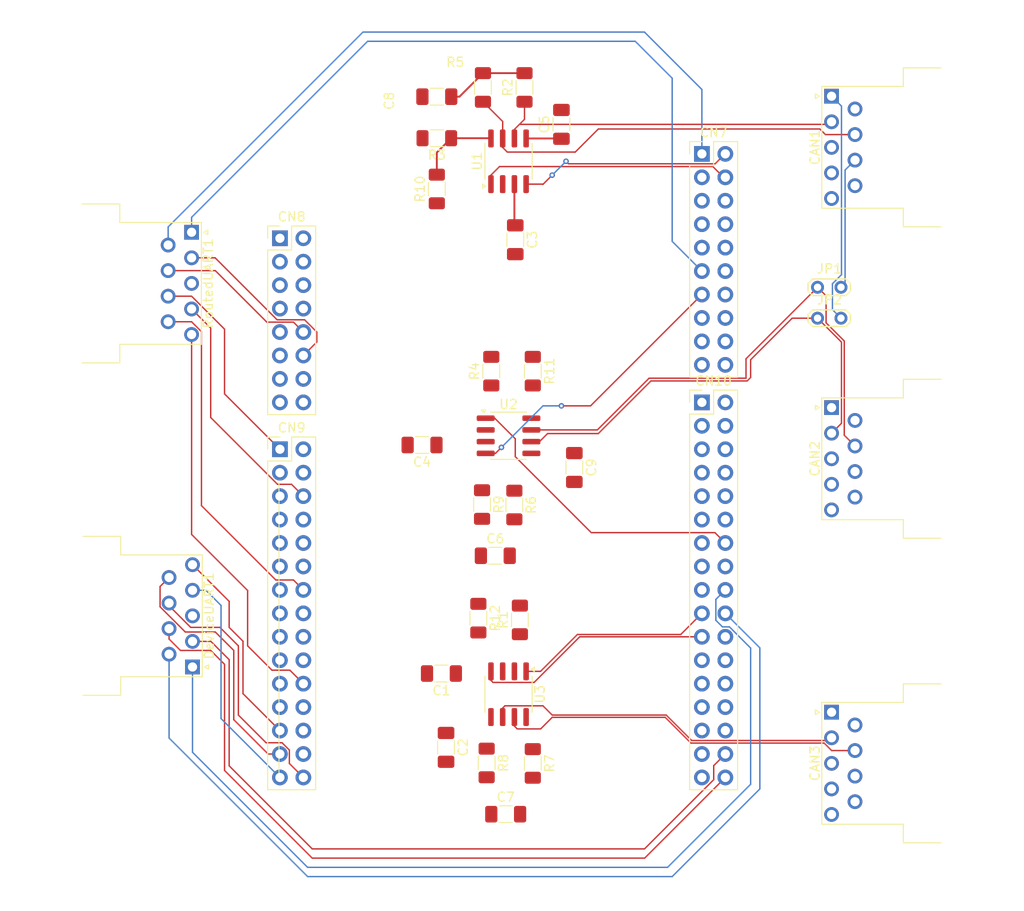
<source format=kicad_pcb>
(kicad_pcb (version 20240108) (generator "pcbnew") (generator_version "8.0")
  (layers (0 "F.Cu" signal) (31 "B.Cu" signal) (34 "B.Paste" user) (35 "F.Paste" user) (36 "B.SilkS" user "B.Silkscreen") (37 "F.SilkS" user "F.Silkscreen") (38 "B.Mask" user) (39 "F.Mask" user) (44 "Edge.Cuts" user))
  (net 0 "")
  (net 2 "+5V")
  (net 3 "GND")
  (net 4 "+3V3")
  (net 8 "GNDA")
  (net 9 "VDDA")
  (net 10 "Net-(C6-Pad1)")
  (net 11 "Net-(C7-Pad1)")
  (net 12 "Net-(C8-Pad1)")
  (net 13 "CAN1_TX")
  (net 14 "CAN1_RX")
  (net 15 "CAN3_STB")
  (net 16 "CAN1_L")
  (net 17 "CAN1_STB")
  (net 18 "CAN2_STB")
  (net 19 "CAN1_H")
  (net 20 "CAN2_L")
  (net 21 "CAN3_H")
  (net 22 "CAN3_L")
  (net 23 "CAN2_H")
  (net 24 "CAN2_TX")
  (net 25 "CAN2_RX")
  (net 26 "CAN3_RX")
  (net 27 "CAN3_TX")
  (net 28 "/ZIO Connector/PF7")
  (net 29 "/ZIO Connector/PD14")
  (net 30 "/ZIO Connector/PB3")
  (net 31 "/ZIO Connector/PA5")
  (net 32 "/ZIO Connector/PB4")
  (net 33 "/ZIO Connector/VREFP")
  (net 34 "/ZIO Connector/PA6")
  (net 35 "/ZIO Connector/PD15")
  (net 36 "/ZIO Connector/PA4")
  (net 37 "/ZIO Connector/PA15")
  (net 38 "/ZIO Connector/PG2")
  (net 39 "/ZIO Connector/PG3")
  (net 40 "/ZIO Connector/PC8")
  (net 41 "/ZIO Connector/IOREF")
  (net 42 "/ZIO Connector/NRST")
  (net 43 "/ZIO Connector/PC9")
  (net 44 "/ZIO Connector/PC10")
  (net 45 "/ZIO Connector/PF8")
  (net 46 "/ZIO Connector/PF2")
  (net 47 "/ZIO Connector/PC2")
  (net 48 "/ZIO Connector/PC0")
  (net 49 "/ZIO Connector/PE5")
  (net 50 "/ZIO Connector/PC3")
  (net 51 "/ZIO Connector/PE4")
  (net 52 "/ZIO Connector/PD7")
  (net 53 "/ZIO Connector/PF10")
  (net 54 "/ZIO Connector/PD4")
  (net 55 "/ZIO Connector/PF9")
  (net 56 "/ZIO Connector/PB1")
  (net 57 "/ZIO Connector/PD6")
  (net 58 "/ZIO Connector/PF1")
  (net 59 "/ZIO Connector/PD3")
  (net 60 "/ZIO Connector/PE6")
  (net 61 "/ZIO Connector/PF0")
  (net 62 "/ZIO Connector/PG6")
  (net 63 "/ZIO Connector/PE14")
  (net 64 "/ZIO Connector/PE11")
  (net 65 "/ZIO Connector/PE15")
  (net 66 "/ZIO Connector/PB0")
  (net 67 "/ZIO Connector/PE9")
  (net 68 "/ZIO Connector/PE0")
  (net 69 "/ZIO Connector/PF6")
  (net 70 "/ZIO Connector/PG14")
  (net 71 "/ZIO Connector/PE10")
  (net 72 "/ZIO Connector/PE12")
  (net 73 "/ZIO Connector/PF4")
  (net 74 "/ZIO Connector/PF5")
  (net 75 "/ZIO Connector/PE13")
  (net 76 "/ZIO Connector/PB7")
  (net 96 "/ZIO Connector/PF3")
  (net 97 "USART6_TX")
  (net 98 "USART6_RX")
  (net 99 "UART5_TX")
  (net 100 "UART4_RX")
  (net 101 "UART5_RX")
  (net 102 "UART9_RX")
  (net 103 "UART9_TX")
  (net 104 "USART2_TX")
  (net 105 "USART10_RX")
  (net 106 "USART2_RX")
  (net 107 "USART3_TX")
  (net 108 "USART10_TX")
  (net 109 "UART7_TX")
  (net 110 "USART3_RX")
  (net 111 "UART4_TX")
  (net 112 "UART7_RX")
  (net 113 "Net-(U3-STB)")
  (net 114 "Net-(U1-STB)")
  (net 115 "Net-(U2-STB)")
  (net 116 "/ZIO Connector/VIN")
  (net 117 "CAN2_HR")
  (net 118 "CAN2_LR")
  (net 119 "/ZIO Connector/PC11")
  (net 120 "/ZIO Connector/PG12")
  (net 121 "/ZIO Connector/PA0")
  (net 124 "/ZIO Connector/PB12")
  (footprint "Capacitor_SMD:C_1206_3216Metric_Pad1.33x1.80mm_HandSolder" (layer "F.Cu") (at 135.4 93.1775 -90)
    (property "Reference" "C9")
    (property "Value" "47nF")
  )
  (footprint "Resistor_SMD:R_1206_3216Metric_Pad1.30x1.75mm_HandSolder" (layer "F.Cu") (at 129.5 109.69 90)
    (property "Reference" "R1")
    (property "Value" "R")
  )
  (footprint "Resistor_SMD:R_1206_3216Metric_Pad1.30x1.75mm_HandSolder" (layer "F.Cu") (at 120.5 63 90)
    (property "Reference" "R10")
    (property "Value" "0R")
  )
  (footprint "Capacitor_SMD:C_1206_3216Metric_Pad1.33x1.80mm_HandSolder" (layer "F.Cu") (at 127.9625 130.74)
    (property "Reference" "C7")
    (property "Value" "C")
  )
  (footprint "Connector_PinHeader_2.54mm:PinHeader_2x15_P2.54mm_Vertical" (layer "F.Cu") (at 103.5 91.2)
    (property "Reference" "CN9")
    (property "Value" "Conn_02x15_Odd_Even")
  )
  (footprint "Package_SO:SOIC-8_3.9x4.9mm_P1.27mm" (layer "F.Cu") (at 128.27 89.74)
    (property "Reference" "U2")
    (property "Value" "TJA1042T-3")
  )
  (footprint "Resistor_SMD:R_1206_3216Metric_Pad1.30x1.75mm_HandSolder" (layer "F.Cu") (at 130.9 82.74 -90)
    (property "Reference" "R11")
    (property "Value" "0R")
  )
  (footprint "Resistor_SMD:R_1206_3216Metric_Pad1.30x1.75mm_HandSolder" (layer "F.Cu") (at 126.4 82.74 90)
    (property "Reference" "R4")
    (property "Value" "R")
  )
  (footprint "TestPoint:TestPoint_2Pads_Pitch2.54mm_Drill0.8mm" (layer "F.Cu") (at 161.75 73.65)
    (property "Reference" "JP1")
    (property "Value" "CAN 2 High")
  )
  (footprint "Resistor_SMD:R_1206_3216Metric_Pad1.30x1.75mm_HandSolder" (layer "F.Cu") (at 130 52 90)
    (property "Reference" "R2")
    (property "Value" "R")
  )
  (footprint "Package_SO:SOIC-8_3.9x4.9mm_P1.27mm" (layer "F.Cu") (at 128.27 117.74 -90)
    (property "Reference" "U3")
    (property "Value" "TJA1042T-3")
  )
  (footprint "Capacitor_SMD:C_1206_3216Metric_Pad1.33x1.80mm_HandSolder" (layer "F.Cu") (at 121 115.5 180)
    (property "Reference" "C1")
    (property "Value" "47nF")
  )
  (footprint "Connector_PinHeader_2.54mm:PinHeader_2x10_P2.54mm_Vertical" (layer "F.Cu") (at 149.22 59.196)
    (property "Reference" "CN7")
    (property "Value" "Conn_02x10_Odd_Even")
  )
  (footprint "TestPoint:TestPoint_2Pads_Pitch2.54mm_Drill0.8mm" (layer "F.Cu") (at 161.75 77)
    (property "Reference" "JP2")
    (property "Value" "CAN 2 Low")
  )
  (footprint "Resistor_SMD:R_1206_3216Metric_Pad1.30x1.75mm_HandSolder" (layer "F.Cu") (at 125.4 97.19 -90)
    (property "Reference" "R9")
    (property "Value" "R")
  )
  (footprint "Resistor_SMD:R_1206_3216Metric_Pad1.30x1.75mm_HandSolder" (layer "F.Cu") (at 128.9 97.24 -90)
    (property "Reference" "R6")
    (property "Value" "R")
  )
  (footprint "Capacitor_SMD:C_1206_3216Metric_Pad1.33x1.80mm_HandSolder" (layer "F.Cu") (at 129 68.5 -90)
    (property "Reference" "C3")
    (property "Value" "47nF")
  )
  (footprint "Capacitor_SMD:C_1206_3216Metric_Pad1.33x1.80mm_HandSolder" (layer "F.Cu") (at 126.8375 102.74)
    (property "Reference" "C6")
    (property "Value" "C")
  )
  (footprint "Capacitor_SMD:C_1206_3216Metric_Pad1.33x1.80mm_HandSolder" (layer "F.Cu") (at 134 56 90)
    (property "Reference" "C5")
    (property "Value" "47nF")
  )
  (footprint "Connector_Dsub:DSUB-9_Female_Horizontal_P2.77x2.54mm_EdgePinOffset9.40mm" (layer "F.Cu") (at 163.269669 52.95 90)
    (property "Reference" "CAN1")
    (property "Value" "DE9_Plug")
  )
  (footprint "Resistor_SMD:R_1206_3216Metric_Pad1.30x1.75mm_HandSolder" (layer "F.Cu") (at 130.9 125.24 -90)
    (property "Reference" "R7")
    (property "Value" "R")
  )
  (footprint "Resistor_SMD:R_1206_3216Metric_Pad1.30x1.75mm_HandSolder" (layer "F.Cu") (at 120.5 57.5 180)
    (property "Reference" "R3")
    (property "Value" "R")
  )
  (footprint "Capacitor_SMD:C_1206_3216Metric_Pad1.33x1.80mm_HandSolder" (layer "F.Cu") (at 121.5 123.5 -90)
    (property "Reference" "C2")
    (property "Value" "47nF")
  )
  (footprint "Package_SO:SOIC-8_3.9x4.9mm_P1.27mm" (layer "F.Cu") (at 128.27 60 90)
    (property "Reference" "U1")
    (property "Value" "TJA1042T-3")
  )
  (footprint "Connector_Dsub:DSUB-9_Male_Horizontal_P2.77x2.54mm_EdgePinOffset9.40mm" (layer "F.Cu") (at 93.930331 67.69 -90)
    (property "Reference" "RoutedUART1")
    (property "Value" "DE9_Plug")
  )
  (footprint "Connector_PinHeader_2.54mm:PinHeader_2x17_P2.54mm_Vertical" (layer "F.Cu") (at 149.22 86.12)
    (property "Reference" "CN10")
    (property "Value" "Conn_02x17_Odd_Even")
  )
  (footprint "Connector_Dsub:DSUB-9_Female_Horizontal_P2.77x2.54mm_EdgePinOffset9.40mm" (layer "F.Cu") (at 163.269669 86.69 90)
    (property "Reference" "CAN2")
    (property "Value" "DE9_Plug")
  )
  (footprint "Connector_Dsub:DSUB-9_Female_Horizontal_P2.77x2.54mm_EdgePinOffset9.40mm" (layer "F.Cu") (at 94.030331 114.79 -90)
    (property "Reference" "DeviceUART1")
    (property "Value" "DE9_Plug")
  )
  (footprint "Resistor_SMD:R_1206_3216Metric_Pad1.30x1.75mm_HandSolder" (layer "F.Cu") (at 125 109.5 -90)
    (property "Reference" "R12")
    (property "Value" "0R")
  )
  (footprint "Capacitor_SMD:C_1206_3216Metric_Pad1.33x1.80mm_HandSolder" (layer "F.Cu") (at 120.5 53 180)
    (property "Reference" "C8")
    (property "Value" "C")
  )
  (footprint "Resistor_SMD:R_1206_3216Metric_Pad1.30x1.75mm_HandSolder" (layer "F.Cu") (at 125.9 125.19 -90)
    (property "Reference" "R8")
    (property "Value" "R")
  )
  (footprint "Connector_Dsub:DSUB-9_Female_Horizontal_P2.77x2.54mm_EdgePinOffset9.40mm" (layer "F.Cu") (at 163.269669 119.69 90)
    (property "Reference" "CAN3")
    (property "Value" "DE9_Plug")
  )
  (footprint "Capacitor_SMD:C_1206_3216Metric_Pad1.33x1.80mm_HandSolder" (layer "F.Cu") (at 118.9 90.74 180)
    (property "Reference" "C4")
    (property "Value" "47nF")
  )
  (footprint "Resistor_SMD:R_1206_3216Metric_Pad1.30x1.75mm_HandSolder" (layer "F.Cu") (at 125.5 52 90)
    (property "Reference" "R5")
    (property "Value" "R")
  )
  (footprint "Connector_PinHeader_2.54mm:PinHeader_2x08_P2.54mm_Vertical" (layer "F.Cu") (at 103.5 68.34)
    (property "Reference" "CN8")
    (property "Value" "Conn_02x08_Odd_Even")
  )
  (gr_line (start 103.4 126.74) (end 103.4 94.74) (stroke (width 0.1)) (layer "F.SilkS"))
  (segment (start 128.905 62.475) (end 128.905 66.8425) (width 0.2) (layer "F.Cu") (net 2))
  (segment (start 128.905 66.8425) (end 129 66.9375) (width 0.2) (layer "F.Cu") (net 2))
  (segment (start 130.175 57.525) (end 133.9625 57.525) (width 0.2) (layer "F.Cu") (net 4))
  (segment (start 133.9625 57.525) (end 134 57.5625) (width 0.2) (layer "F.Cu") (net 4))
  (segment (start 133.4625 57.525) (end 133.5 57.5625) (width 0.2) (layer "F.Cu") (net 4))
  (segment (start 122.95 53) (end 125.5 50.45) (width 0.2) (layer "F.Cu") (net 12))
  (segment (start 122.0625 53) (end 122.95 53) (width 0.2) (layer "F.Cu") (net 12))
  (segment (start 125.5 50.45) (end 130 50.45) (width 0.2) (layer "F.Cu") (net 12))
  (segment (start 127.294001 60.571) (end 126.365 61.500001) (width 0.15) (layer "F.Cu") (net 13))
  (segment (start 150.406 60.571) (end 127.294001 60.571) (width 0.15) (layer "F.Cu") (net 13))
  (segment (start 151.571 61.736) (end 150.406 60.571) (width 0.15) (layer "F.Cu") (net 13))
  (segment (start 126.365 61.500001) (end 126.365 62.475) (width 0.15) (layer "F.Cu") (net 13))
  (segment (start 134.771 60.271) (end 134.5 60) (width 0.15) (layer "F.Cu") (net 14))
  (segment (start 132 62.5) (end 133 61.5) (width 0.15) (layer "F.Cu") (net 14))
  (segment (start 131.975 62.475) (end 132 62.5) (width 0.15) (layer "F.Cu") (net 14))
  (segment (start 151.729 59.196) (end 150.654 60.271) (width 0.15) (layer "F.Cu") (net 14))
  (segment (start 130.175 62.475) (end 131.975 62.475) (width 0.15) (layer "F.Cu") (net 14))
  (segment (start 150.654 60.271) (end 134.771 60.271) (width 0.15) (layer "F.Cu") (net 14))
  (via (at 133 61.5) (size 0.6) (drill 0.3) (layers "F.Cu" "B.Cu") (net 14))
  (via (at 134.5 60) (size 0.6) (drill 0.3) (layers "F.Cu" "B.Cu") (net 14))
  (segment (start 133 61.5) (end 134.5 60) (width 0.15) (layer "B.Cu") (net 14))
  (segment (start 130 53.55) (end 130 55.455001) (width 0.15) (layer "F.Cu") (net 16))
  (segment (start 163.269669 55.72) (end 162.989669 56) (width 0.15) (layer "F.Cu") (net 16))
  (segment (start 129.455001 56) (end 128.905 56.550001) (width 0.15) (layer "F.Cu") (net 16))
  (segment (start 128.905 56.550001) (end 128.905 57.525) (width 0.15) (layer "F.Cu") (net 16))
  (segment (start 162.989669 56) (end 129.455001 56) (width 0.15) (layer "F.Cu") (net 16))
  (segment (start 130 55.455001) (end 129.455001 56) (width 0.15) (layer "F.Cu") (net 16))
  (segment (start 162.605 57.105) (end 165.809669 57.105) (width 0.15) (layer "F.Cu") (net 19))
  (segment (start 135.5 59) (end 138 56.5) (width 0.15) (layer "F.Cu") (net 19))
  (segment (start 125.5 53.55) (end 127.635 55.685) (width 0.15) (layer "F.Cu") (net 19))
  (segment (start 138 56.5) (end 162 56.5) (width 0.15) (layer "F.Cu") (net 19))
  (segment (start 128.135001 59) (end 135.5 59) (width 0.15) (layer "F.Cu") (net 19))
  (segment (start 127.635 58.499999) (end 128.135001 59) (width 0.15) (layer "F.Cu") (net 19))
  (segment (start 127.635 55.685) (end 127.635 57.525) (width 0.15) (layer "F.Cu") (net 19))
  (segment (start 162 56.5) (end 162.605 57.105) (width 0.15) (layer "F.Cu") (net 19))
  (segment (start 127.635 57.525) (end 127.635 58.499999) (width 0.15) (layer "F.Cu") (net 19))
  (segment (start 138 89.5) (end 143.7 83.8) (width 0.15) (layer "F.Cu") (net 20))
  (segment (start 154.124264 83.8) (end 154.5 83.424264) (width 0.15) (layer "F.Cu") (net 20))
  (segment (start 154.5 81.5) (end 159 77) (width 0.15) (layer "F.Cu") (net 20))
  (segment (start 161.75 77) (end 164.344669 79.594669) (width 0.15) (layer "F.Cu") (net 20))
  (segment (start 130.745 90.375) (end 131.625 90.375) (width 0.15) (layer "F.Cu") (net 20))
  (segment (start 154.5 83.424264) (end 154.5 81.5) (width 0.15) (layer "F.Cu") (net 20))
  (segment (start 143.7 83.8) (end 154.124264 83.8) (width 0.15) (layer "F.Cu") (net 20))
  (segment (start 159 77) (end 161.75 77) (width 0.15) (layer "F.Cu") (net 20))
  (segment (start 131.625 90.375) (end 132.5 89.5) (width 0.15) (layer "F.Cu") (net 20))
  (segment (start 164.344669 88.385) (end 163.269669 89.46) (width 0.15) (layer "F.Cu") (net 20))
  (segment (start 132.5 89.5) (end 138 89.5) (width 0.15) (layer "F.Cu") (net 20))
  (segment (start 164.344669 79.594669) (end 164.344669 88.385) (width 0.15) (layer "F.Cu") (net 20))
  (segment (start 165.809669 123.845) (end 163.27581 123.845) (width 0.15) (layer "F.Cu") (net 21))
  (segment (start 129.215001 121.5) (end 131.75 121.5) (width 0.15) (layer "F.Cu") (net 21))
  (segment (start 128.905 121.189999) (end 129.215001 121.5) (width 0.15) (layer "F.Cu") (net 21))
  (segment (start 131.75 121.5) (end 133 120.25) (width 0.15) (layer "F.Cu") (net 21))
  (segment (start 162.465405 123.034595) (end 148.034595 123.034595) (width 0.15) (layer "F.Cu") (net 21))
  (segment (start 128.905 120.215) (end 128.905 121.189999) (width 0.15) (layer "F.Cu") (net 21))
  (segment (start 163.27581 123.845) (end 162.465405 123.034595) (width 0.15) (layer "F.Cu") (net 21))
  (segment (start 148.034595 123.034595) (end 145.25 120.25) (width 0.15) (layer "F.Cu") (net 21))
  (segment (start 145.25 120.25) (end 133 120.25) (width 0.15) (layer "F.Cu") (net 21))
  (segment (start 127.875001 119) (end 127.635 119.240001) (width 0.15) (layer "F.Cu") (net 22))
  (segment (start 133 120) (end 132 119) (width 0.15) (layer "F.Cu") (net 22))
  (segment (start 127.635 119.240001) (end 127.635 120.215) (width 0.15) (layer "F.Cu") (net 22))
  (segment (start 145.353554 120) (end 133 120) (width 0.15) (layer "F.Cu") (net 22))
  (segment (start 162.974669 122.755) (end 148.108554 122.755) (width 0.15) (layer "F.Cu") (net 22))
  (segment (start 163.269669 122.46) (end 162.974669 122.755) (width 0.15) (layer "F.Cu") (net 22))
  (segment (start 132 119) (end 127.875001 119) (width 0.15) (layer "F.Cu") (net 22))
  (segment (start 148.108554 122.755) (end 145.353554 120) (width 0.15) (layer "F.Cu") (net 22))
  (segment (start 163.269669 122.46) (end 162.924669 122.805) (width 0.15) (layer "F.Cu") (net 22))
  (segment (start 154 83.5) (end 154 81.4) (width 0.15) (layer "F.Cu") (net 23))
  (segment (start 164.644669 89.68) (end 164.644669 79.470405) (width 0.15) (layer "F.Cu") (net 23))
  (segment (start 137.895 89.105) (end 143.5 83.5) (width 0.15) (layer "F.Cu") (net 23))
  (segment (start 162.675 77.500736) (end 162.675 74.575) (width 0.15) (layer "F.Cu") (net 23))
  (segment (start 154 81.4) (end 161.75 73.65) (width 0.15) (layer "F.Cu") (net 23))
  (segment (start 162.675 74.575) (end 161.75 73.65) (width 0.15) (layer "F.Cu") (net 23))
  (segment (start 165.809669 90.845) (end 164.644669 89.68) (width 0.15) (layer "F.Cu") (net 23))
  (segment (start 164.644669 79.470405) (end 162.675 77.500736) (width 0.15) (layer "F.Cu") (net 23))
  (segment (start 130.745 89.105) (end 137.895 89.105) (width 0.15) (layer "F.Cu") (net 23))
  (segment (start 143.5 83.5) (end 154 83.5) (width 0.15) (layer "F.Cu") (net 23))
  (segment (start 129 90.065001) (end 129 92) (width 0.15) (layer "F.Cu") (net 24))
  (segment (start 129 92) (end 137.235 100.235) (width 0.15) (layer "F.Cu") (net 24))
  (segment (start 150.635 100.235) (end 151.76 101.36) (width 0.15) (layer "F.Cu") (net 24))
  (segment (start 125.795 87.835) (end 126.769999 87.835) (width 0.15) (layer "F.Cu") (net 24))
  (segment (start 137.235 100.235) (end 150.635 100.235) (width 0.15) (layer "F.Cu") (net 24))
  (segment (start 126.769999 87.835) (end 129 90.065001) (width 0.15) (layer "F.Cu") (net 24))
  (segment (start 125.795 91.645) (end 126.855 91.645) (width 0.15) (layer "F.Cu") (net 25))
  (segment (start 137.156 86.5) (end 134 86.5) (width 0.15) (layer "F.Cu") (net 25))
  (segment (start 126.855 91.645) (end 127.5 91) (width 0.15) (layer "F.Cu") (net 25))
  (segment (start 149.22 74.436) (end 137.156 86.5) (width 0.15) (layer "F.Cu") (net 25))
  (via (at 134 86.5) (size 0.6) (drill 0.3) (layers "F.Cu" "B.Cu") (net 25))
  (via (at 127.5 91) (size 0.6) (drill 0.3) (layers "F.Cu" "B.Cu") (net 25))
  (segment (start 132 86.5) (end 134 86.5) (width 0.15) (layer "B.Cu") (net 25))
  (segment (start 127.5 91) (end 132 86.5) (width 0.15) (layer "B.Cu") (net 25))
  (segment (start 126.365 115.265) (end 126.365 116.239999) (width 0.15) (layer "F.Cu") (net 26))
  (segment (start 126.590001 116.465) (end 131.035 116.465) (width 0.15) (layer "F.Cu") (net 26))
  (segment (start 135.98 111.52) (end 149.22 111.52) (width 0.15) (layer "F.Cu") (net 26))
  (segment (start 131.035 116.465) (end 135.98 111.52) (width 0.15) (layer "F.Cu") (net 26))
  (segment (start 126.365 116.239999) (end 126.590001 116.465) (width 0.15) (layer "F.Cu") (net 26))
  (segment (start 131.735 115.265) (end 135.73 111.27) (width 0.15) (layer "F.Cu") (net 27))
  (segment (start 130.175 115.265) (end 131.735 115.265) (width 0.15) (layer "F.Cu") (net 27))
  (segment (start 146.93 111.27) (end 149.22 108.98) (width 0.15) (layer "F.Cu") (net 27))
  (segment (start 135.73 111.27) (end 146.93 111.27) (width 0.15) (layer "F.Cu") (net 27))
  (segment (start 149.22 52.22) (end 149.22 59.196) (width 0.15) (layer "B.Cu") (net 97))
  (segment (start 91.390331 69.075) (end 91.390331 67.109669) (width 0.15) (layer "B.Cu") (net 97))
  (segment (start 112.5 46) (end 143 46) (width 0.15) (layer "B.Cu") (net 97))
  (segment (start 91.390331 67.109669) (end 112.5 46) (width 0.15) (layer "B.Cu") (net 97))
  (segment (start 143 46) (end 149.22 52.22) (width 0.15) (layer "B.Cu") (net 97))
  (segment (start 93.930331 66.069669) (end 93.930331 67.69) (width 0.15) (layer "B.Cu") (net 98))
  (segment (start 113 47) (end 93.930331 66.069669) (width 0.15) (layer "B.Cu") (net 98))
  (segment (start 146 51) (end 142 47) (width 0.15) (layer "B.Cu") (net 98))
  (segment (start 149.22 71.896) (end 146 68.676) (width 0.15) (layer "B.Cu") (net 98))
  (segment (start 146 68.676) (end 146 51) (width 0.15) (layer "B.Cu") (net 98))
  (segment (start 142 47) (end 113 47) (width 0.15) (layer "B.Cu") (net 98))
  (segment (start 104.965 77.425) (end 102.08 77.425) (width 0.15) (layer "F.Cu") (net 99))
  (segment (start 106.04 78.5) (end 104.965 77.425) (width 0.15) (layer "F.Cu") (net 99))
  (segment (start 91.390331 71.845) (end 96.5 71.845) (width 0.15) (layer "F.Cu") (net 99))
  (segment (start 102.08 77.425) (end 96.5 71.845) (width 0.15) (layer "F.Cu") (net 99))
  (segment (start 96.410165 106.089835) (end 98 107.67967) (width 0.15) (layer "F.Cu") (net 100))
  (segment (start 97 106.679669) (end 96.410165 106.089835) (width 0.15) (layer "F.Cu") (net 100))
  (segment (start 98 107.67967) (end 98 110.5) (width 0.15) (layer "F.Cu") (net 100))
  (segment (start 103.5 121.68) (end 99.5 117.68) (width 0.15) (layer "F.Cu") (net 100))
  (segment (start 99.5 112) (end 98 110.5) (width 0.15) (layer "F.Cu") (net 100))
  (segment (start 96.410165 106.089835) (end 94.030331 103.71) (width 0.15) (layer "F.Cu") (net 100))
  (segment (start 99.5 117.68) (end 99.5 112) (width 0.15) (layer "F.Cu") (net 100))
  (segment (start 93.930331 70.46) (end 96.47972 70.46) (width 0.15) (layer "F.Cu") (net 101))
  (segment (start 107.5 78.5) (end 107.5 79.58) (width 0.15) (layer "F.Cu") (net 101))
  (segment (start 103.19472 77.175) (end 106.175 77.175) (width 0.15) (layer "F.Cu") (net 101))
  (segment (start 107.5 79.58) (end 106.04 81.04) (width 0.15) (layer "F.Cu") (net 101))
  (segment (start 106.175 77.175) (end 107.5 78.5) (width 0.15) (layer "F.Cu") (net 101))
  (segment (start 96.47972 70.46) (end 103.19472 77.175) (width 0.15) (layer "F.Cu") (net 101))
  (segment (start 97.12 120.38) (end 103.5 126.76) (width 0.15) (layer "B.Cu") (net 102))
  (segment (start 97.12 108.12) (end 95.48 106.48) (width 0.15) (layer "B.Cu") (net 102))
  (segment (start 95.48 106.48) (end 94.030331 106.48) (width 0.15) (layer "B.Cu") (net 102))
  (segment (start 97.12 120.38) (end 97.12 108.12) (width 0.15) (layer "B.Cu") (net 102))
  (segment (start 93.830762 110.5) (end 97 110.5) (width 0.15) (layer "F.Cu") (net 103))
  (segment (start 91.490331 107.865) (end 91.490331 108.159569) (width 0.15) (layer "F.Cu") (net 103))
  (segment (start 104.525 123.795431) (end 104.525 125.245) (width 0.15) (layer "F.Cu") (net 103))
  (segment (start 103.729569 123) (end 104.525 123.795431) (width 0.15) (layer "F.Cu") (net 103))
  (segment (start 97 110.5) (end 99 112.5) (width 0.15) (layer "F.Cu") (net 103))
  (segment (start 91.490331 108.159569) (end 93.830762 110.5) (width 0.15) (layer "F.Cu") (net 103))
  (segment (start 102 123) (end 103.729569 123) (width 0.15) (layer "F.Cu") (net 103))
  (segment (start 104.525 125.245) (end 106.04 126.76) (width 0.15) (layer "F.Cu") (net 103))
  (segment (start 99 112.5) (end 99 120) (width 0.15) (layer "F.Cu") (net 103))
  (segment (start 99 120) (end 102 123) (width 0.15) (layer "F.Cu") (net 103))
  (segment (start 96 78.069669) (end 96 87.76028) (width 0.15) (layer "F.Cu") (net 104))
  (segment (start 93.930331 76) (end 96 78.069669) (width 0.15) (layer "F.Cu") (net 104))
  (segment (start 104.76 95) (end 106.04 96.28) (width 0.15) (layer "F.Cu") (net 104))
  (segment (start 96 87.76028) (end 103.23972 95) (width 0.15) (layer "F.Cu") (net 104))
  (segment (start 103.23972 95) (end 104.76 95) (width 0.15) (layer "F.Cu") (net 104))
  (segment (start 93.92419 77.385) (end 95 78.46081) (width 0.15) (layer "F.Cu") (net 105))
  (segment (start 103.05472 105.365) (end 104.965 105.365) (width 0.15) (layer "F.Cu") (net 105))
  (segment (start 91.390331 77.385) (end 93.92419 77.385) (width 0.15) (layer "F.Cu") (net 105))
  (segment (start 104.965 105.365) (end 106.04 106.44) (width 0.15) (layer "F.Cu") (net 105))
  (segment (start 95 97.31028) (end 103.05472 105.365) (width 0.15) (layer "F.Cu") (net 105))
  (segment (start 95 78.46081) (end 95 97.31028) (width 0.15) (layer "F.Cu") (net 105))
  (segment (start 97.5 85.2) (end 103.5 91.2) (width 0.15) (layer "F.Cu") (net 106))
  (segment (start 93.92419 74.615) (end 97.5 78.19081) (width 0.15) (layer "F.Cu") (net 106))
  (segment (start 97.5 78.19081) (end 97.5 85.2) (width 0.15) (layer "F.Cu") (net 106))
  (segment (start 91.390331 74.615) (end 93.92419 74.615) (width 0.15) (layer "F.Cu") (net 106))
  (segment (start 98 125.5) (end 107 134.5) (width 0.15) (layer "F.Cu") (net 107))
  (segment (start 94.030331 112.02) (end 96.02 112.02) (width 0.15) (layer "F.Cu") (net 107))
  (segment (start 150.5 125.48) (end 151.76 124.22) (width 0.15) (layer "F.Cu") (net 107))
  (segment (start 107 134.5) (end 143.00028 134.5) (width 0.15) (layer "F.Cu") (net 107))
  (segment (start 143.00028 134.5) (end 150.5 127.00028) (width 0.15) (layer "F.Cu") (net 107))
  (segment (start 96.02 112.02) (end 98 114) (width 0.15) (layer "F.Cu") (net 107))
  (segment (start 150.5 127.00028) (end 150.5 125.48) (width 0.15) (layer "F.Cu") (net 107))
  (segment (start 98 114) (end 98 125.5) (width 0.15) (layer "F.Cu") (net 107))
  (segment (start 104.575 115.135) (end 106.04 116.6) (width 0.15) (layer "F.Cu") (net 108))
  (segment (start 100 106.5) (end 100 112.5) (width 0.15) (layer "F.Cu") (net 108))
  (segment (start 102.635 115.135) (end 104.575 115.135) (width 0.15) (layer "F.Cu") (net 108))
  (segment (start 93.930331 78.77) (end 93.930331 100.430331) (width 0.15) (layer "F.Cu") (net 108))
  (segment (start 100 112.5) (end 102.635 115.135) (width 0.15) (layer "F.Cu") (net 108))
  (segment (start 93.930331 100.430331) (end 100 106.5) (width 0.15) (layer "F.Cu") (net 108))
  (segment (start 152.20528 110.445) (end 151.445 110.445) (width 0.15) (layer "B.Cu") (net 109))
  (segment (start 151.445 110.445) (end 150.735 109.735) (width 0.15) (layer "B.Cu") (net 109))
  (segment (start 150.735 109.735) (end 150.735 107.465) (width 0.15) (layer "B.Cu") (net 109))
  (segment (start 150.735 107.465) (end 151.76 106.44) (width 0.15) (layer "B.Cu") (net 109))
  (segment (start 154.5 112.73972) (end 152.20528 110.445) (width 0.15) (layer "B.Cu") (net 109))
  (segment (start 94.030331 114.79) (end 94.030331 124.030331) (width 0.15) (layer "B.Cu") (net 109))
  (segment (start 154.5 127.5) (end 154.5 112.73972) (width 0.15) (layer "B.Cu") (net 109))
  (segment (start 94.030331 124.030331) (end 106.5 136.5) (width 0.15) (layer "B.Cu") (net 109))
  (segment (start 106.5 136.5) (end 145.5 136.5) (width 0.15) (layer "B.Cu") (net 109))
  (segment (start 145.5 136.5) (end 154.5 127.5) (width 0.15) (layer "B.Cu") (net 109))
  (segment (start 96 113) (end 97.5 114.5) (width 0.15) (layer "F.Cu") (net 110))
  (segment (start 97.5 114.5) (end 97.5 126) (width 0.15) (layer "F.Cu") (net 110))
  (segment (start 91.490331 110.635) (end 91.490331 111.76637) (width 0.15) (layer "F.Cu") (net 110))
  (segment (start 91.490331 111.76637) (end 92.723961 113) (width 0.15) (layer "F.Cu") (net 110))
  (segment (start 143.02 135.5) (end 151.76 126.76) (width 0.15) (layer "F.Cu") (net 110))
  (segment (start 107 135.5) (end 143.02 135.5) (width 0.15) (layer "F.Cu") (net 110))
  (segment (start 97.5 126) (end 107 135.5) (width 0.15) (layer "F.Cu") (net 110))
  (segment (start 92.723961 113) (end 96 113) (width 0.15) (layer "F.Cu") (net 110))
  (segment (start 93.246472 111) (end 96.5 111) (width 0.15) (layer "F.Cu") (net 111))
  (segment (start 98.5 120.5) (end 102.22 124.22) (width 0.15) (layer "F.Cu") (net 111))
  (segment (start 90.515331 108.268859) (end 93.246472 111) (width 0.15) (layer "F.Cu") (net 111))
  (segment (start 91.490331 105.095) (end 90.515331 106.07) (width 0.15) (layer "F.Cu") (net 111))
  (segment (start 96.5 111) (end 98.5 113) (width 0.15) (layer "F.Cu") (net 111))
  (segment (start 98.5 113) (end 98.5 120.5) (width 0.15) (layer "F.Cu") (net 111))
  (segment (start 102.22 124.22) (end 103.5 124.22) (width 0.15) (layer "F.Cu") (net 111))
  (segment (start 90.515331 106.07) (end 90.515331 108.268859) (width 0.15) (layer "F.Cu") (net 111))
  (segment (start 106.5 137.5) (end 146 137.5) (width 0.15) (layer "B.Cu") (net 112))
  (segment (start 155.5 128) (end 155.5 112.72) (width 0.15) (layer "B.Cu") (net 112))
  (segment (start 91.490331 113.405) (end 91.490331 122.490331) (width 0.15) (layer "B.Cu") (net 112))
  (segment (start 146 137.5) (end 155.5 128) (width 0.15) (layer "B.Cu") (net 112))
  (segment (start 91.490331 122.490331) (end 106.5 137.5) (width 0.15) (layer "B.Cu") (net 112))
  (segment (start 155.5 112.72) (end 151.76 108.98) (width 0.15) (layer "B.Cu") (net 112))
  (segment (start 120.5 61.45) (end 120.5 59.05) (width 0.2) (layer "F.Cu") (net 114))
  (segment (start 120.5 59.05) (end 122.05 57.5) (width 0.2) (layer "F.Cu") (net 114))
  (segment (start 122.05 57.5) (end 126.34 57.5) (width 0.2) (layer "F.Cu") (net 114))
  (segment (start 126.34 57.5) (end 126.365 57.525) (width 0.2) (layer "F.Cu") (net 114))
  (segment (start 164.734669 73.205331) (end 164.29 73.65) (width 0.15) (layer "B.Cu") (net 117))
  (segment (start 165.809669 59.875) (end 164.734669 60.95) (width 0.15) (layer "B.Cu") (net 117))
  (segment (start 164.734669 60.95) (end 164.734669 73.205331) (width 0.15) (layer "B.Cu") (net 117))
  (segment (start 164.344669 72.287183) (end 163.365 73.266852) (width 0.15) (layer "B.Cu") (net 118))
  (segment (start 163.269669 52.95) (end 164.344669 54.025) (width 0.15) (layer "B.Cu") (net 118))
  (segment (start 163.365 76.075) (end 164.29 77) (width 0.15) (layer "B.Cu") (net 118))
  (segment (start 164.344669 54.025) (end 164.344669 72.287183) (width 0.15) (layer "B.Cu") (net 118))
  (segment (start 163.365 73.266852) (end 163.365 76.075) (width 0.15) (layer "B.Cu") (net 118))
)
</source>
